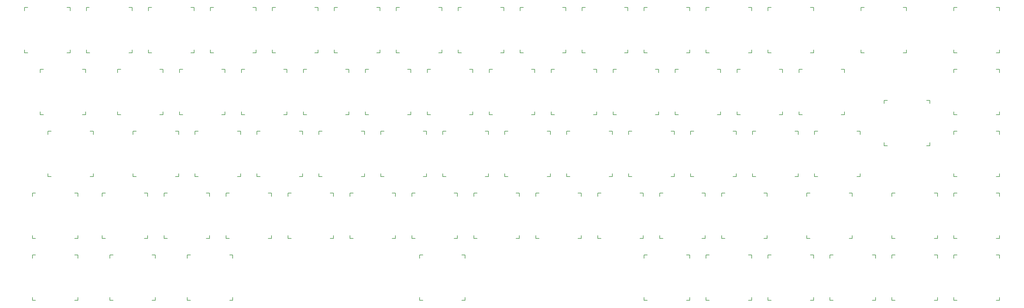
<source format=gto>
G04 #@! TF.GenerationSoftware,KiCad,Pcbnew,(6.0.10)*
G04 #@! TF.CreationDate,2023-02-16T19:15:59+01:00*
G04 #@! TF.ProjectId,kuro65,6b75726f-3635-42e6-9b69-6361645f7063,rev?*
G04 #@! TF.SameCoordinates,Original*
G04 #@! TF.FileFunction,Legend,Top*
G04 #@! TF.FilePolarity,Positive*
%FSLAX46Y46*%
G04 Gerber Fmt 4.6, Leading zero omitted, Abs format (unit mm)*
G04 Created by KiCad (PCBNEW (6.0.10)) date 2023-02-16 19:15:59*
%MOMM*%
%LPD*%
G01*
G04 APERTURE LIST*
%ADD10C,0.150000*%
%ADD11C,1.701800*%
%ADD12C,3.987800*%
%ADD13C,3.000000*%
%ADD14C,5.500000*%
%ADD15C,3.048000*%
%ADD16C,4.000000*%
%ADD17C,3.700000*%
%ADD18C,0.650000*%
%ADD19O,1.000000X2.100000*%
%ADD20O,1.000000X1.600000*%
%ADD21R,1.700000X1.700000*%
%ADD22O,1.700000X1.700000*%
G04 APERTURE END LIST*
D10*
X15000000Y-1600000D02*
X15000000Y-2600000D01*
X2000000Y-1600000D02*
X1000000Y-1600000D01*
X1000000Y-2600000D02*
X1000000Y-1600000D01*
X1000000Y-15600000D02*
X1000000Y-14600000D01*
X14000000Y-15600000D02*
X15000000Y-15600000D01*
X15000000Y-14600000D02*
X15000000Y-15600000D01*
X1000000Y-15600000D02*
X2000000Y-15600000D01*
X15000000Y-1600000D02*
X14000000Y-1600000D01*
X8143750Y-53700000D02*
X9143750Y-53700000D01*
X22143750Y-39700000D02*
X21143750Y-39700000D01*
X22143750Y-52700000D02*
X22143750Y-53700000D01*
X8143750Y-53700000D02*
X8143750Y-52700000D01*
X21143750Y-53700000D02*
X22143750Y-53700000D01*
X22143750Y-39700000D02*
X22143750Y-40700000D01*
X8143750Y-40700000D02*
X8143750Y-39700000D01*
X9143750Y-39700000D02*
X8143750Y-39700000D01*
X272175000Y-14600000D02*
X272175000Y-15600000D01*
X272175000Y-1600000D02*
X271175000Y-1600000D01*
X272175000Y-1600000D02*
X272175000Y-2600000D01*
X259175000Y-1600000D02*
X258175000Y-1600000D01*
X258175000Y-2600000D02*
X258175000Y-1600000D01*
X258175000Y-15600000D02*
X259175000Y-15600000D01*
X271175000Y-15600000D02*
X272175000Y-15600000D01*
X258175000Y-15600000D02*
X258175000Y-14600000D01*
X17381250Y-58750000D02*
X16381250Y-58750000D01*
X17381250Y-71750000D02*
X17381250Y-72750000D01*
X3381250Y-72750000D02*
X3381250Y-71750000D01*
X4381250Y-58750000D02*
X3381250Y-58750000D01*
X16381250Y-72750000D02*
X17381250Y-72750000D01*
X17381250Y-58750000D02*
X17381250Y-59750000D01*
X3381250Y-59750000D02*
X3381250Y-58750000D01*
X3381250Y-72750000D02*
X4381250Y-72750000D01*
X38812500Y-58750000D02*
X37812500Y-58750000D01*
X37812500Y-72750000D02*
X38812500Y-72750000D01*
X24812500Y-72750000D02*
X24812500Y-71750000D01*
X25812500Y-58750000D02*
X24812500Y-58750000D01*
X24812500Y-72750000D02*
X25812500Y-72750000D01*
X38812500Y-71750000D02*
X38812500Y-72750000D01*
X38812500Y-58750000D02*
X38812500Y-59750000D01*
X24812500Y-59750000D02*
X24812500Y-58750000D01*
X205500000Y-90800000D02*
X205500000Y-91800000D01*
X191500000Y-91800000D02*
X191500000Y-90800000D01*
X192500000Y-77800000D02*
X191500000Y-77800000D01*
X191500000Y-91800000D02*
X192500000Y-91800000D01*
X204500000Y-91800000D02*
X205500000Y-91800000D01*
X205500000Y-77800000D02*
X204500000Y-77800000D01*
X191500000Y-78800000D02*
X191500000Y-77800000D01*
X205500000Y-77800000D02*
X205500000Y-78800000D01*
X210550000Y-91800000D02*
X210550000Y-90800000D01*
X224550000Y-77800000D02*
X224550000Y-78800000D01*
X211550000Y-77800000D02*
X210550000Y-77800000D01*
X224550000Y-77800000D02*
X223550000Y-77800000D01*
X223550000Y-91800000D02*
X224550000Y-91800000D01*
X210550000Y-91800000D02*
X211550000Y-91800000D01*
X210550000Y-78800000D02*
X210550000Y-77800000D01*
X224550000Y-90800000D02*
X224550000Y-91800000D01*
X229600000Y-78800000D02*
X229600000Y-77800000D01*
X242600000Y-91800000D02*
X243600000Y-91800000D01*
X243600000Y-90800000D02*
X243600000Y-91800000D01*
X230600000Y-77800000D02*
X229600000Y-77800000D01*
X243600000Y-77800000D02*
X242600000Y-77800000D01*
X243600000Y-77800000D02*
X243600000Y-78800000D01*
X229600000Y-91800000D02*
X229600000Y-90800000D01*
X229600000Y-91800000D02*
X230600000Y-91800000D01*
X29575000Y-21650000D02*
X29575000Y-20650000D01*
X29575000Y-34650000D02*
X30575000Y-34650000D01*
X43575000Y-20650000D02*
X42575000Y-20650000D01*
X42575000Y-34650000D02*
X43575000Y-34650000D01*
X29575000Y-34650000D02*
X29575000Y-33650000D01*
X43575000Y-33650000D02*
X43575000Y-34650000D01*
X30575000Y-20650000D02*
X29575000Y-20650000D01*
X43575000Y-20650000D02*
X43575000Y-21650000D01*
X34337500Y-40700000D02*
X34337500Y-39700000D01*
X48337500Y-39700000D02*
X47337500Y-39700000D01*
X34337500Y-53700000D02*
X34337500Y-52700000D01*
X35337500Y-39700000D02*
X34337500Y-39700000D01*
X48337500Y-52700000D02*
X48337500Y-53700000D01*
X47337500Y-53700000D02*
X48337500Y-53700000D01*
X48337500Y-39700000D02*
X48337500Y-40700000D01*
X34337500Y-53700000D02*
X35337500Y-53700000D01*
X39100000Y-15600000D02*
X40100000Y-15600000D01*
X40100000Y-1600000D02*
X39100000Y-1600000D01*
X53100000Y-1600000D02*
X52100000Y-1600000D01*
X39100000Y-15600000D02*
X39100000Y-14600000D01*
X39100000Y-2600000D02*
X39100000Y-1600000D01*
X53100000Y-14600000D02*
X53100000Y-15600000D01*
X53100000Y-1600000D02*
X53100000Y-2600000D01*
X52100000Y-15600000D02*
X53100000Y-15600000D01*
X48625000Y-34650000D02*
X49625000Y-34650000D01*
X61625000Y-34650000D02*
X62625000Y-34650000D01*
X62625000Y-33650000D02*
X62625000Y-34650000D01*
X62625000Y-20650000D02*
X61625000Y-20650000D01*
X49625000Y-20650000D02*
X48625000Y-20650000D01*
X62625000Y-20650000D02*
X62625000Y-21650000D01*
X48625000Y-21650000D02*
X48625000Y-20650000D01*
X48625000Y-34650000D02*
X48625000Y-33650000D01*
X67387500Y-39700000D02*
X67387500Y-40700000D01*
X67387500Y-39700000D02*
X66387500Y-39700000D01*
X53387500Y-53700000D02*
X54387500Y-53700000D01*
X66387500Y-53700000D02*
X67387500Y-53700000D01*
X53387500Y-40700000D02*
X53387500Y-39700000D01*
X53387500Y-53700000D02*
X53387500Y-52700000D01*
X67387500Y-52700000D02*
X67387500Y-53700000D01*
X54387500Y-39700000D02*
X53387500Y-39700000D01*
X57862500Y-58750000D02*
X57862500Y-59750000D01*
X43862500Y-72750000D02*
X43862500Y-71750000D01*
X56862500Y-72750000D02*
X57862500Y-72750000D01*
X57862500Y-71750000D02*
X57862500Y-72750000D01*
X57862500Y-58750000D02*
X56862500Y-58750000D01*
X44862500Y-58750000D02*
X43862500Y-58750000D01*
X43862500Y-59750000D02*
X43862500Y-58750000D01*
X43862500Y-72750000D02*
X44862500Y-72750000D01*
X59150000Y-1600000D02*
X58150000Y-1600000D01*
X58150000Y-15600000D02*
X59150000Y-15600000D01*
X58150000Y-15600000D02*
X58150000Y-14600000D01*
X72150000Y-1600000D02*
X71150000Y-1600000D01*
X72150000Y-1600000D02*
X72150000Y-2600000D01*
X72150000Y-14600000D02*
X72150000Y-15600000D01*
X71150000Y-15600000D02*
X72150000Y-15600000D01*
X58150000Y-2600000D02*
X58150000Y-1600000D01*
X67675000Y-34650000D02*
X68675000Y-34650000D01*
X68675000Y-20650000D02*
X67675000Y-20650000D01*
X67675000Y-34650000D02*
X67675000Y-33650000D01*
X67675000Y-21650000D02*
X67675000Y-20650000D01*
X81675000Y-33650000D02*
X81675000Y-34650000D01*
X81675000Y-20650000D02*
X81675000Y-21650000D01*
X81675000Y-20650000D02*
X80675000Y-20650000D01*
X80675000Y-34650000D02*
X81675000Y-34650000D01*
X85437500Y-53700000D02*
X86437500Y-53700000D01*
X86437500Y-52700000D02*
X86437500Y-53700000D01*
X72437500Y-40700000D02*
X72437500Y-39700000D01*
X86437500Y-39700000D02*
X86437500Y-40700000D01*
X72437500Y-53700000D02*
X73437500Y-53700000D01*
X72437500Y-53700000D02*
X72437500Y-52700000D01*
X73437500Y-39700000D02*
X72437500Y-39700000D01*
X86437500Y-39700000D02*
X85437500Y-39700000D01*
X62912500Y-72750000D02*
X62912500Y-71750000D01*
X75912500Y-72750000D02*
X76912500Y-72750000D01*
X76912500Y-58750000D02*
X76912500Y-59750000D01*
X76912500Y-58750000D02*
X75912500Y-58750000D01*
X62912500Y-72750000D02*
X63912500Y-72750000D01*
X62912500Y-59750000D02*
X62912500Y-58750000D01*
X63912500Y-58750000D02*
X62912500Y-58750000D01*
X76912500Y-71750000D02*
X76912500Y-72750000D01*
X90200000Y-15600000D02*
X91200000Y-15600000D01*
X77200000Y-15600000D02*
X78200000Y-15600000D01*
X91200000Y-1600000D02*
X90200000Y-1600000D01*
X91200000Y-1600000D02*
X91200000Y-2600000D01*
X77200000Y-2600000D02*
X77200000Y-1600000D01*
X78200000Y-1600000D02*
X77200000Y-1600000D01*
X91200000Y-14600000D02*
X91200000Y-15600000D01*
X77200000Y-15600000D02*
X77200000Y-14600000D01*
X86725000Y-21650000D02*
X86725000Y-20650000D01*
X100725000Y-33650000D02*
X100725000Y-34650000D01*
X100725000Y-20650000D02*
X99725000Y-20650000D01*
X99725000Y-34650000D02*
X100725000Y-34650000D01*
X86725000Y-34650000D02*
X86725000Y-33650000D01*
X87725000Y-20650000D02*
X86725000Y-20650000D01*
X86725000Y-34650000D02*
X87725000Y-34650000D01*
X100725000Y-20650000D02*
X100725000Y-21650000D01*
X91487500Y-40700000D02*
X91487500Y-39700000D01*
X92487500Y-39700000D02*
X91487500Y-39700000D01*
X91487500Y-53700000D02*
X91487500Y-52700000D01*
X105487500Y-39700000D02*
X105487500Y-40700000D01*
X105487500Y-52700000D02*
X105487500Y-53700000D01*
X91487500Y-53700000D02*
X92487500Y-53700000D01*
X105487500Y-39700000D02*
X104487500Y-39700000D01*
X104487500Y-53700000D02*
X105487500Y-53700000D01*
X95962500Y-71750000D02*
X95962500Y-72750000D01*
X81962500Y-72750000D02*
X81962500Y-71750000D01*
X82962500Y-58750000D02*
X81962500Y-58750000D01*
X95962500Y-58750000D02*
X95962500Y-59750000D01*
X95962500Y-58750000D02*
X94962500Y-58750000D01*
X94962500Y-72750000D02*
X95962500Y-72750000D01*
X81962500Y-72750000D02*
X82962500Y-72750000D01*
X81962500Y-59750000D02*
X81962500Y-58750000D01*
X96250000Y-15600000D02*
X96250000Y-14600000D01*
X110250000Y-14600000D02*
X110250000Y-15600000D01*
X110250000Y-1600000D02*
X109250000Y-1600000D01*
X96250000Y-15600000D02*
X97250000Y-15600000D01*
X109250000Y-15600000D02*
X110250000Y-15600000D01*
X97250000Y-1600000D02*
X96250000Y-1600000D01*
X96250000Y-2600000D02*
X96250000Y-1600000D01*
X110250000Y-1600000D02*
X110250000Y-2600000D01*
X119775000Y-33650000D02*
X119775000Y-34650000D01*
X106775000Y-20650000D02*
X105775000Y-20650000D01*
X105775000Y-34650000D02*
X105775000Y-33650000D01*
X118775000Y-34650000D02*
X119775000Y-34650000D01*
X119775000Y-20650000D02*
X118775000Y-20650000D01*
X105775000Y-34650000D02*
X106775000Y-34650000D01*
X105775000Y-21650000D02*
X105775000Y-20650000D01*
X119775000Y-20650000D02*
X119775000Y-21650000D01*
X111537500Y-39700000D02*
X110537500Y-39700000D01*
X110537500Y-53700000D02*
X111537500Y-53700000D01*
X124537500Y-39700000D02*
X123537500Y-39700000D01*
X123537500Y-53700000D02*
X124537500Y-53700000D01*
X110537500Y-53700000D02*
X110537500Y-52700000D01*
X124537500Y-39700000D02*
X124537500Y-40700000D01*
X124537500Y-52700000D02*
X124537500Y-53700000D01*
X110537500Y-40700000D02*
X110537500Y-39700000D01*
X115300000Y-15600000D02*
X115300000Y-14600000D01*
X129300000Y-14600000D02*
X129300000Y-15600000D01*
X116300000Y-1600000D02*
X115300000Y-1600000D01*
X128300000Y-15600000D02*
X129300000Y-15600000D01*
X129300000Y-1600000D02*
X128300000Y-1600000D01*
X129300000Y-1600000D02*
X129300000Y-2600000D01*
X115300000Y-15600000D02*
X116300000Y-15600000D01*
X115300000Y-2600000D02*
X115300000Y-1600000D01*
X124825000Y-34650000D02*
X124825000Y-33650000D01*
X124825000Y-34650000D02*
X125825000Y-34650000D01*
X138825000Y-20650000D02*
X138825000Y-21650000D01*
X138825000Y-20650000D02*
X137825000Y-20650000D01*
X138825000Y-33650000D02*
X138825000Y-34650000D01*
X137825000Y-34650000D02*
X138825000Y-34650000D01*
X124825000Y-21650000D02*
X124825000Y-20650000D01*
X125825000Y-20650000D02*
X124825000Y-20650000D01*
X130587500Y-39700000D02*
X129587500Y-39700000D01*
X129587500Y-40700000D02*
X129587500Y-39700000D01*
X143587500Y-39700000D02*
X143587500Y-40700000D01*
X142587500Y-53700000D02*
X143587500Y-53700000D01*
X143587500Y-52700000D02*
X143587500Y-53700000D01*
X129587500Y-53700000D02*
X130587500Y-53700000D01*
X129587500Y-53700000D02*
X129587500Y-52700000D01*
X143587500Y-39700000D02*
X142587500Y-39700000D01*
X121062500Y-58750000D02*
X120062500Y-58750000D01*
X134062500Y-71750000D02*
X134062500Y-72750000D01*
X120062500Y-72750000D02*
X121062500Y-72750000D01*
X120062500Y-59750000D02*
X120062500Y-58750000D01*
X120062500Y-72750000D02*
X120062500Y-71750000D01*
X134062500Y-58750000D02*
X133062500Y-58750000D01*
X134062500Y-58750000D02*
X134062500Y-59750000D01*
X133062500Y-72750000D02*
X134062500Y-72750000D01*
X148350000Y-14600000D02*
X148350000Y-15600000D01*
X147350000Y-15600000D02*
X148350000Y-15600000D01*
X134350000Y-2600000D02*
X134350000Y-1600000D01*
X134350000Y-15600000D02*
X134350000Y-14600000D01*
X148350000Y-1600000D02*
X147350000Y-1600000D01*
X148350000Y-1600000D02*
X148350000Y-2600000D01*
X135350000Y-1600000D02*
X134350000Y-1600000D01*
X134350000Y-15600000D02*
X135350000Y-15600000D01*
X143875000Y-34650000D02*
X144875000Y-34650000D01*
X157875000Y-33650000D02*
X157875000Y-34650000D01*
X143875000Y-34650000D02*
X143875000Y-33650000D01*
X144875000Y-20650000D02*
X143875000Y-20650000D01*
X143875000Y-21650000D02*
X143875000Y-20650000D01*
X156875000Y-34650000D02*
X157875000Y-34650000D01*
X157875000Y-20650000D02*
X157875000Y-21650000D01*
X157875000Y-20650000D02*
X156875000Y-20650000D01*
X161637500Y-53700000D02*
X162637500Y-53700000D01*
X148637500Y-53700000D02*
X149637500Y-53700000D01*
X162637500Y-39700000D02*
X161637500Y-39700000D01*
X148637500Y-53700000D02*
X148637500Y-52700000D01*
X148637500Y-40700000D02*
X148637500Y-39700000D01*
X149637500Y-39700000D02*
X148637500Y-39700000D01*
X162637500Y-39700000D02*
X162637500Y-40700000D01*
X162637500Y-52700000D02*
X162637500Y-53700000D01*
X153112500Y-71750000D02*
X153112500Y-72750000D01*
X139112500Y-72750000D02*
X140112500Y-72750000D01*
X139112500Y-59750000D02*
X139112500Y-58750000D01*
X139112500Y-72750000D02*
X139112500Y-71750000D01*
X153112500Y-58750000D02*
X152112500Y-58750000D01*
X153112500Y-58750000D02*
X153112500Y-59750000D01*
X140112500Y-58750000D02*
X139112500Y-58750000D01*
X152112500Y-72750000D02*
X153112500Y-72750000D01*
X153400000Y-2600000D02*
X153400000Y-1600000D01*
X167400000Y-1600000D02*
X167400000Y-2600000D01*
X167400000Y-14600000D02*
X167400000Y-15600000D01*
X153400000Y-15600000D02*
X153400000Y-14600000D01*
X167400000Y-1600000D02*
X166400000Y-1600000D01*
X166400000Y-15600000D02*
X167400000Y-15600000D01*
X153400000Y-15600000D02*
X154400000Y-15600000D01*
X154400000Y-1600000D02*
X153400000Y-1600000D01*
X176925000Y-20650000D02*
X176925000Y-21650000D01*
X162925000Y-34650000D02*
X163925000Y-34650000D01*
X176925000Y-20650000D02*
X175925000Y-20650000D01*
X162925000Y-34650000D02*
X162925000Y-33650000D01*
X175925000Y-34650000D02*
X176925000Y-34650000D01*
X162925000Y-21650000D02*
X162925000Y-20650000D01*
X163925000Y-20650000D02*
X162925000Y-20650000D01*
X176925000Y-33650000D02*
X176925000Y-34650000D01*
X181687500Y-39700000D02*
X180687500Y-39700000D01*
X167687500Y-53700000D02*
X168687500Y-53700000D01*
X168687500Y-39700000D02*
X167687500Y-39700000D01*
X181687500Y-52700000D02*
X181687500Y-53700000D01*
X167687500Y-53700000D02*
X167687500Y-52700000D01*
X180687500Y-53700000D02*
X181687500Y-53700000D01*
X167687500Y-40700000D02*
X167687500Y-39700000D01*
X181687500Y-39700000D02*
X181687500Y-40700000D01*
X172162500Y-71750000D02*
X172162500Y-72750000D01*
X171162500Y-72750000D02*
X172162500Y-72750000D01*
X172162500Y-58750000D02*
X171162500Y-58750000D01*
X158162500Y-72750000D02*
X158162500Y-71750000D01*
X158162500Y-72750000D02*
X159162500Y-72750000D01*
X158162500Y-59750000D02*
X158162500Y-58750000D01*
X172162500Y-58750000D02*
X172162500Y-59750000D01*
X159162500Y-58750000D02*
X158162500Y-58750000D01*
X186450000Y-1600000D02*
X186450000Y-2600000D01*
X173450000Y-1600000D02*
X172450000Y-1600000D01*
X172450000Y-2600000D02*
X172450000Y-1600000D01*
X172450000Y-15600000D02*
X173450000Y-15600000D01*
X186450000Y-1600000D02*
X185450000Y-1600000D01*
X172450000Y-15600000D02*
X172450000Y-14600000D01*
X186450000Y-14600000D02*
X186450000Y-15600000D01*
X185450000Y-15600000D02*
X186450000Y-15600000D01*
X194975000Y-34650000D02*
X195975000Y-34650000D01*
X181975000Y-34650000D02*
X181975000Y-33650000D01*
X181975000Y-21650000D02*
X181975000Y-20650000D01*
X182975000Y-20650000D02*
X181975000Y-20650000D01*
X181975000Y-34650000D02*
X182975000Y-34650000D01*
X195975000Y-20650000D02*
X194975000Y-20650000D01*
X195975000Y-20650000D02*
X195975000Y-21650000D01*
X195975000Y-33650000D02*
X195975000Y-34650000D01*
X200737500Y-39700000D02*
X199737500Y-39700000D01*
X200737500Y-52700000D02*
X200737500Y-53700000D01*
X186737500Y-53700000D02*
X187737500Y-53700000D01*
X200737500Y-39700000D02*
X200737500Y-40700000D01*
X187737500Y-39700000D02*
X186737500Y-39700000D01*
X199737500Y-53700000D02*
X200737500Y-53700000D01*
X186737500Y-40700000D02*
X186737500Y-39700000D01*
X186737500Y-53700000D02*
X186737500Y-52700000D01*
X191212500Y-58750000D02*
X190212500Y-58750000D01*
X191212500Y-71750000D02*
X191212500Y-72750000D01*
X178212500Y-58750000D02*
X177212500Y-58750000D01*
X177212500Y-72750000D02*
X177212500Y-71750000D01*
X190212500Y-72750000D02*
X191212500Y-72750000D01*
X191212500Y-58750000D02*
X191212500Y-59750000D01*
X177212500Y-72750000D02*
X178212500Y-72750000D01*
X177212500Y-59750000D02*
X177212500Y-58750000D01*
X204500000Y-15600000D02*
X205500000Y-15600000D01*
X192500000Y-1600000D02*
X191500000Y-1600000D01*
X205500000Y-1600000D02*
X205500000Y-2600000D01*
X205500000Y-1600000D02*
X204500000Y-1600000D01*
X205500000Y-14600000D02*
X205500000Y-15600000D01*
X191500000Y-15600000D02*
X191500000Y-14600000D01*
X191500000Y-15600000D02*
X192500000Y-15600000D01*
X191500000Y-2600000D02*
X191500000Y-1600000D01*
X201025000Y-34650000D02*
X201025000Y-33650000D01*
X214025000Y-34650000D02*
X215025000Y-34650000D01*
X215025000Y-33650000D02*
X215025000Y-34650000D01*
X201025000Y-34650000D02*
X202025000Y-34650000D01*
X215025000Y-20650000D02*
X214025000Y-20650000D01*
X202025000Y-20650000D02*
X201025000Y-20650000D01*
X215025000Y-20650000D02*
X215025000Y-21650000D01*
X201025000Y-21650000D02*
X201025000Y-20650000D01*
X219787500Y-39700000D02*
X218787500Y-39700000D01*
X206787500Y-39700000D02*
X205787500Y-39700000D01*
X219787500Y-39700000D02*
X219787500Y-40700000D01*
X205787500Y-53700000D02*
X206787500Y-53700000D01*
X219787500Y-52700000D02*
X219787500Y-53700000D01*
X205787500Y-53700000D02*
X205787500Y-52700000D01*
X205787500Y-40700000D02*
X205787500Y-39700000D01*
X218787500Y-53700000D02*
X219787500Y-53700000D01*
X210262500Y-71750000D02*
X210262500Y-72750000D01*
X196262500Y-59750000D02*
X196262500Y-58750000D01*
X197262500Y-58750000D02*
X196262500Y-58750000D01*
X196262500Y-72750000D02*
X196262500Y-71750000D01*
X210262500Y-58750000D02*
X209262500Y-58750000D01*
X210262500Y-58750000D02*
X210262500Y-59750000D01*
X196262500Y-72750000D02*
X197262500Y-72750000D01*
X209262500Y-72750000D02*
X210262500Y-72750000D01*
X210550000Y-15600000D02*
X210550000Y-14600000D01*
X224550000Y-1600000D02*
X224550000Y-2600000D01*
X210550000Y-15600000D02*
X211550000Y-15600000D01*
X224550000Y-14600000D02*
X224550000Y-15600000D01*
X224550000Y-1600000D02*
X223550000Y-1600000D01*
X223550000Y-15600000D02*
X224550000Y-15600000D01*
X210550000Y-2600000D02*
X210550000Y-1600000D01*
X211550000Y-1600000D02*
X210550000Y-1600000D01*
X221075000Y-20650000D02*
X220075000Y-20650000D01*
X234075000Y-20650000D02*
X234075000Y-21650000D01*
X234075000Y-33650000D02*
X234075000Y-34650000D01*
X220075000Y-21650000D02*
X220075000Y-20650000D01*
X220075000Y-34650000D02*
X220075000Y-33650000D01*
X234075000Y-20650000D02*
X233075000Y-20650000D01*
X220075000Y-34650000D02*
X221075000Y-34650000D01*
X233075000Y-34650000D02*
X234075000Y-34650000D01*
X237837500Y-53700000D02*
X238837500Y-53700000D01*
X238837500Y-39700000D02*
X237837500Y-39700000D01*
X224837500Y-53700000D02*
X225837500Y-53700000D01*
X238837500Y-39700000D02*
X238837500Y-40700000D01*
X224837500Y-40700000D02*
X224837500Y-39700000D01*
X225837500Y-39700000D02*
X224837500Y-39700000D01*
X238837500Y-52700000D02*
X238837500Y-53700000D01*
X224837500Y-53700000D02*
X224837500Y-52700000D01*
X216312500Y-58750000D02*
X215312500Y-58750000D01*
X215312500Y-72750000D02*
X216312500Y-72750000D01*
X229312500Y-58750000D02*
X229312500Y-59750000D01*
X228312500Y-72750000D02*
X229312500Y-72750000D01*
X215312500Y-59750000D02*
X215312500Y-58750000D01*
X215312500Y-72750000D02*
X215312500Y-71750000D01*
X229312500Y-71750000D02*
X229312500Y-72750000D01*
X229312500Y-58750000D02*
X228312500Y-58750000D01*
X229600000Y-15600000D02*
X230600000Y-15600000D01*
X243600000Y-1600000D02*
X242600000Y-1600000D01*
X243600000Y-14600000D02*
X243600000Y-15600000D01*
X229600000Y-15600000D02*
X229600000Y-14600000D01*
X229600000Y-2600000D02*
X229600000Y-1600000D01*
X243600000Y-1600000D02*
X243600000Y-2600000D01*
X242600000Y-15600000D02*
X243600000Y-15600000D01*
X230600000Y-1600000D02*
X229600000Y-1600000D01*
X239125000Y-21650000D02*
X239125000Y-20650000D01*
X239125000Y-34650000D02*
X240125000Y-34650000D01*
X253125000Y-20650000D02*
X252125000Y-20650000D01*
X239125000Y-34650000D02*
X239125000Y-33650000D01*
X253125000Y-20650000D02*
X253125000Y-21650000D01*
X252125000Y-34650000D02*
X253125000Y-34650000D01*
X253125000Y-33650000D02*
X253125000Y-34650000D01*
X240125000Y-20650000D02*
X239125000Y-20650000D01*
X257887500Y-52700000D02*
X257887500Y-53700000D01*
X243887500Y-40700000D02*
X243887500Y-39700000D01*
X244887500Y-39700000D02*
X243887500Y-39700000D01*
X257887500Y-39700000D02*
X256887500Y-39700000D01*
X256887500Y-53700000D02*
X257887500Y-53700000D01*
X257887500Y-39700000D02*
X257887500Y-40700000D01*
X243887500Y-53700000D02*
X243887500Y-52700000D01*
X243887500Y-53700000D02*
X244887500Y-53700000D01*
X262650000Y-77800000D02*
X261650000Y-77800000D01*
X262650000Y-77800000D02*
X262650000Y-78800000D01*
X248650000Y-78800000D02*
X248650000Y-77800000D01*
X248650000Y-91800000D02*
X248650000Y-90800000D01*
X262650000Y-90800000D02*
X262650000Y-91800000D01*
X249650000Y-77800000D02*
X248650000Y-77800000D01*
X261650000Y-91800000D02*
X262650000Y-91800000D01*
X248650000Y-91800000D02*
X249650000Y-91800000D01*
X267700000Y-72750000D02*
X268700000Y-72750000D01*
X280700000Y-72750000D02*
X281700000Y-72750000D01*
X267700000Y-72750000D02*
X267700000Y-71750000D01*
X281700000Y-58750000D02*
X281700000Y-59750000D01*
X281700000Y-58750000D02*
X280700000Y-58750000D01*
X268700000Y-58750000D02*
X267700000Y-58750000D01*
X281700000Y-71750000D02*
X281700000Y-72750000D01*
X267700000Y-59750000D02*
X267700000Y-58750000D01*
X281700000Y-77800000D02*
X280700000Y-77800000D01*
X267700000Y-91800000D02*
X267700000Y-90800000D01*
X280700000Y-91800000D02*
X281700000Y-91800000D01*
X267700000Y-91800000D02*
X268700000Y-91800000D01*
X281700000Y-90800000D02*
X281700000Y-91800000D01*
X268700000Y-77800000D02*
X267700000Y-77800000D01*
X267700000Y-78800000D02*
X267700000Y-77800000D01*
X281700000Y-77800000D02*
X281700000Y-78800000D01*
X286750000Y-15600000D02*
X287750000Y-15600000D01*
X300750000Y-1600000D02*
X299750000Y-1600000D01*
X300750000Y-1600000D02*
X300750000Y-2600000D01*
X299750000Y-15600000D02*
X300750000Y-15600000D01*
X286750000Y-2600000D02*
X286750000Y-1600000D01*
X300750000Y-14600000D02*
X300750000Y-15600000D01*
X286750000Y-15600000D02*
X286750000Y-14600000D01*
X287750000Y-1600000D02*
X286750000Y-1600000D01*
X300750000Y-33650000D02*
X300750000Y-34650000D01*
X299750000Y-34650000D02*
X300750000Y-34650000D01*
X286750000Y-34650000D02*
X286750000Y-33650000D01*
X300750000Y-20650000D02*
X299750000Y-20650000D01*
X287750000Y-20650000D02*
X286750000Y-20650000D01*
X300750000Y-20650000D02*
X300750000Y-21650000D01*
X286750000Y-21650000D02*
X286750000Y-20650000D01*
X286750000Y-34650000D02*
X287750000Y-34650000D01*
X300750000Y-39700000D02*
X299750000Y-39700000D01*
X287750000Y-39700000D02*
X286750000Y-39700000D01*
X286750000Y-53700000D02*
X286750000Y-52700000D01*
X300750000Y-39700000D02*
X300750000Y-40700000D01*
X299750000Y-53700000D02*
X300750000Y-53700000D01*
X286750000Y-53700000D02*
X287750000Y-53700000D01*
X286750000Y-40700000D02*
X286750000Y-39700000D01*
X300750000Y-52700000D02*
X300750000Y-53700000D01*
X300750000Y-58750000D02*
X299750000Y-58750000D01*
X287750000Y-58750000D02*
X286750000Y-58750000D01*
X286750000Y-72750000D02*
X287750000Y-72750000D01*
X299750000Y-72750000D02*
X300750000Y-72750000D01*
X300750000Y-71750000D02*
X300750000Y-72750000D01*
X300750000Y-58750000D02*
X300750000Y-59750000D01*
X286750000Y-59750000D02*
X286750000Y-58750000D01*
X286750000Y-72750000D02*
X286750000Y-71750000D01*
X300750000Y-90800000D02*
X300750000Y-91800000D01*
X287750000Y-77800000D02*
X286750000Y-77800000D01*
X299750000Y-91800000D02*
X300750000Y-91800000D01*
X286750000Y-91800000D02*
X287750000Y-91800000D01*
X300750000Y-77800000D02*
X300750000Y-78800000D01*
X286750000Y-91800000D02*
X286750000Y-90800000D01*
X286750000Y-78800000D02*
X286750000Y-77800000D01*
X300750000Y-77800000D02*
X299750000Y-77800000D01*
X279318750Y-43175000D02*
X279318750Y-44175000D01*
X278318750Y-44175000D02*
X279318750Y-44175000D01*
X266318750Y-30175000D02*
X265318750Y-30175000D01*
X279318750Y-30175000D02*
X278318750Y-30175000D01*
X265318750Y-31175000D02*
X265318750Y-30175000D01*
X265318750Y-44175000D02*
X265318750Y-43175000D01*
X279318750Y-30175000D02*
X279318750Y-31175000D01*
X265318750Y-44175000D02*
X266318750Y-44175000D01*
X19762500Y-33650000D02*
X19762500Y-34650000D01*
X19762500Y-20650000D02*
X18762500Y-20650000D01*
X19762500Y-20650000D02*
X19762500Y-21650000D01*
X6762500Y-20650000D02*
X5762500Y-20650000D01*
X5762500Y-34650000D02*
X6762500Y-34650000D01*
X5762500Y-21650000D02*
X5762500Y-20650000D01*
X5762500Y-34650000D02*
X5762500Y-33650000D01*
X18762500Y-34650000D02*
X19762500Y-34650000D01*
X3381250Y-91800000D02*
X4381250Y-91800000D01*
X16381250Y-91800000D02*
X17381250Y-91800000D01*
X3381250Y-91800000D02*
X3381250Y-90800000D01*
X17381250Y-77800000D02*
X17381250Y-78800000D01*
X4381250Y-77800000D02*
X3381250Y-77800000D01*
X17381250Y-90800000D02*
X17381250Y-91800000D01*
X17381250Y-77800000D02*
X16381250Y-77800000D01*
X3381250Y-78800000D02*
X3381250Y-77800000D01*
X27193750Y-78800000D02*
X27193750Y-77800000D01*
X28193750Y-77800000D02*
X27193750Y-77800000D01*
X27193750Y-91800000D02*
X28193750Y-91800000D01*
X41193750Y-90800000D02*
X41193750Y-91800000D01*
X27193750Y-91800000D02*
X27193750Y-90800000D01*
X41193750Y-77800000D02*
X40193750Y-77800000D01*
X41193750Y-77800000D02*
X41193750Y-78800000D01*
X40193750Y-91800000D02*
X41193750Y-91800000D01*
X136443750Y-77800000D02*
X136443750Y-78800000D01*
X123443750Y-77800000D02*
X122443750Y-77800000D01*
X122443750Y-91800000D02*
X122443750Y-90800000D01*
X136443750Y-90800000D02*
X136443750Y-91800000D01*
X122443750Y-91800000D02*
X123443750Y-91800000D01*
X136443750Y-77800000D02*
X135443750Y-77800000D01*
X135443750Y-91800000D02*
X136443750Y-91800000D01*
X122443750Y-78800000D02*
X122443750Y-77800000D01*
X241506250Y-59750000D02*
X241506250Y-58750000D01*
X241506250Y-72750000D02*
X241506250Y-71750000D01*
X254506250Y-72750000D02*
X255506250Y-72750000D01*
X255506250Y-58750000D02*
X254506250Y-58750000D01*
X255506250Y-58750000D02*
X255506250Y-59750000D01*
X242506250Y-58750000D02*
X241506250Y-58750000D01*
X255506250Y-71750000D02*
X255506250Y-72750000D01*
X241506250Y-72750000D02*
X242506250Y-72750000D01*
X20050000Y-15600000D02*
X21050000Y-15600000D01*
X34050000Y-1600000D02*
X34050000Y-2600000D01*
X34050000Y-1600000D02*
X33050000Y-1600000D01*
X33050000Y-15600000D02*
X34050000Y-15600000D01*
X21050000Y-1600000D02*
X20050000Y-1600000D01*
X34050000Y-14600000D02*
X34050000Y-15600000D01*
X20050000Y-15600000D02*
X20050000Y-14600000D01*
X20050000Y-2600000D02*
X20050000Y-1600000D01*
X101012500Y-72750000D02*
X101012500Y-71750000D01*
X101012500Y-72750000D02*
X102012500Y-72750000D01*
X114012500Y-72750000D02*
X115012500Y-72750000D01*
X102012500Y-58750000D02*
X101012500Y-58750000D01*
X115012500Y-71750000D02*
X115012500Y-72750000D01*
X115012500Y-58750000D02*
X114012500Y-58750000D01*
X115012500Y-58750000D02*
X115012500Y-59750000D01*
X101012500Y-59750000D02*
X101012500Y-58750000D01*
X64006250Y-91800000D02*
X65006250Y-91800000D01*
X52006250Y-77800000D02*
X51006250Y-77800000D01*
X65006250Y-77800000D02*
X64006250Y-77800000D01*
X65006250Y-77800000D02*
X65006250Y-78800000D01*
X51006250Y-91800000D02*
X51006250Y-90800000D01*
X51006250Y-78800000D02*
X51006250Y-77800000D01*
X65006250Y-90800000D02*
X65006250Y-91800000D01*
X51006250Y-91800000D02*
X52006250Y-91800000D01*
%LPC*%
D11*
X13080000Y-8600000D03*
D12*
X8000000Y-8600000D03*
D13*
X5460000Y-13680000D03*
X11810000Y-11140000D03*
D11*
X2920000Y-8600000D03*
X20223750Y-46700000D03*
D13*
X17683750Y-41620000D03*
D12*
X15143750Y-46700000D03*
D11*
X10063750Y-46700000D03*
D13*
X11333750Y-44160000D03*
X267715000Y-3520000D03*
X261365000Y-6060000D03*
D12*
X265175000Y-8600000D03*
D11*
X260095000Y-8600000D03*
X270255000Y-8600000D03*
X5301250Y-65750000D03*
D13*
X12921250Y-60670000D03*
X6571250Y-63210000D03*
D12*
X10381250Y-65750000D03*
D11*
X15461250Y-65750000D03*
X26732500Y-65750000D03*
D13*
X34352500Y-60670000D03*
D12*
X31812500Y-65750000D03*
D11*
X36892500Y-65750000D03*
D13*
X28002500Y-63210000D03*
X201040000Y-79720000D03*
D12*
X198500000Y-84800000D03*
D13*
X194690000Y-82260000D03*
D11*
X203580000Y-84800000D03*
X193420000Y-84800000D03*
X222630000Y-84800000D03*
X212470000Y-84800000D03*
D13*
X213740000Y-82260000D03*
D12*
X217550000Y-84800000D03*
D13*
X220090000Y-79720000D03*
D11*
X241680000Y-84800000D03*
X231520000Y-84800000D03*
D13*
X232790000Y-82260000D03*
D12*
X236600000Y-84800000D03*
D13*
X239140000Y-79720000D03*
X39115000Y-22570000D03*
D11*
X31495000Y-27650000D03*
D12*
X36575000Y-27650000D03*
D13*
X32765000Y-25110000D03*
D11*
X41655000Y-27650000D03*
X46417500Y-46700000D03*
D12*
X41337500Y-46700000D03*
D13*
X43877500Y-41620000D03*
X37527500Y-44160000D03*
D11*
X36257500Y-46700000D03*
D13*
X48640000Y-3520000D03*
D11*
X51180000Y-8600000D03*
X41020000Y-8600000D03*
D12*
X46100000Y-8600000D03*
D13*
X42290000Y-6060000D03*
D11*
X60705000Y-27650000D03*
X50545000Y-27650000D03*
D13*
X58165000Y-22570000D03*
X51815000Y-25110000D03*
D12*
X55625000Y-27650000D03*
D13*
X56577500Y-44160000D03*
X62927500Y-41620000D03*
D11*
X65467500Y-46700000D03*
D12*
X60387500Y-46700000D03*
D11*
X55307500Y-46700000D03*
D13*
X47052500Y-63210000D03*
X53402500Y-60670000D03*
D12*
X50862500Y-65750000D03*
D11*
X55942500Y-65750000D03*
X45782500Y-65750000D03*
X70230000Y-8600000D03*
D12*
X65150000Y-8600000D03*
D11*
X60070000Y-8600000D03*
D13*
X67690000Y-3520000D03*
X61340000Y-6060000D03*
X77215000Y-22570000D03*
D11*
X79755000Y-27650000D03*
X69595000Y-27650000D03*
D12*
X74675000Y-27650000D03*
D13*
X70865000Y-25110000D03*
X81977500Y-41620000D03*
D11*
X74357500Y-46700000D03*
D13*
X75627500Y-44160000D03*
D12*
X79437500Y-46700000D03*
D11*
X84517500Y-46700000D03*
D13*
X66102500Y-63210000D03*
D11*
X64832500Y-65750000D03*
D13*
X72452500Y-60670000D03*
D12*
X69912500Y-65750000D03*
D11*
X74992500Y-65750000D03*
D13*
X80390000Y-6060000D03*
D11*
X79120000Y-8600000D03*
D13*
X86740000Y-3520000D03*
D11*
X89280000Y-8600000D03*
D12*
X84200000Y-8600000D03*
X93725000Y-27650000D03*
D11*
X98805000Y-27650000D03*
D13*
X96265000Y-22570000D03*
X89915000Y-25110000D03*
D11*
X88645000Y-27650000D03*
D13*
X101027500Y-41620000D03*
D11*
X103567500Y-46700000D03*
X93407500Y-46700000D03*
D13*
X94677500Y-44160000D03*
D12*
X98487500Y-46700000D03*
D13*
X85152500Y-63210000D03*
D12*
X88962500Y-65750000D03*
D11*
X94042500Y-65750000D03*
X83882500Y-65750000D03*
D13*
X91502500Y-60670000D03*
D11*
X98170000Y-8600000D03*
D13*
X99440000Y-6060000D03*
D12*
X103250000Y-8600000D03*
D11*
X108330000Y-8600000D03*
D13*
X105790000Y-3520000D03*
X108965000Y-25110000D03*
D11*
X117855000Y-27650000D03*
D13*
X115315000Y-22570000D03*
D11*
X107695000Y-27650000D03*
D12*
X112775000Y-27650000D03*
D13*
X120077500Y-41620000D03*
X113727500Y-44160000D03*
D11*
X122617500Y-46700000D03*
D12*
X117537500Y-46700000D03*
D11*
X112457500Y-46700000D03*
D13*
X118490000Y-6060000D03*
X124840000Y-3520000D03*
D12*
X122300000Y-8600000D03*
D11*
X127380000Y-8600000D03*
X117220000Y-8600000D03*
X136905000Y-27650000D03*
D13*
X134365000Y-22570000D03*
X128015000Y-25110000D03*
D11*
X126745000Y-27650000D03*
D12*
X131825000Y-27650000D03*
D13*
X132777500Y-44160000D03*
X139127500Y-41620000D03*
D11*
X131507500Y-46700000D03*
X141667500Y-46700000D03*
D12*
X136587500Y-46700000D03*
X127062500Y-65750000D03*
D11*
X132142500Y-65750000D03*
D13*
X129602500Y-60670000D03*
D11*
X121982500Y-65750000D03*
D13*
X123252500Y-63210000D03*
D11*
X146430000Y-8600000D03*
D13*
X143890000Y-3520000D03*
D11*
X136270000Y-8600000D03*
D12*
X141350000Y-8600000D03*
D13*
X137540000Y-6060000D03*
D12*
X150875000Y-27650000D03*
D13*
X153415000Y-22570000D03*
D11*
X145795000Y-27650000D03*
X155955000Y-27650000D03*
D13*
X147065000Y-25110000D03*
D11*
X150557500Y-46700000D03*
X160717500Y-46700000D03*
D13*
X158177500Y-41620000D03*
X151827500Y-44160000D03*
D12*
X155637500Y-46700000D03*
X146112500Y-65750000D03*
D13*
X142302500Y-63210000D03*
D11*
X141032500Y-65750000D03*
D13*
X148652500Y-60670000D03*
D11*
X151192500Y-65750000D03*
D13*
X162940000Y-3520000D03*
D12*
X160400000Y-8600000D03*
D11*
X155320000Y-8600000D03*
D13*
X156590000Y-6060000D03*
D11*
X165480000Y-8600000D03*
D12*
X169925000Y-27650000D03*
D11*
X164845000Y-27650000D03*
D13*
X172465000Y-22570000D03*
X166115000Y-25110000D03*
D11*
X175005000Y-27650000D03*
D13*
X177227500Y-41620000D03*
D11*
X169607500Y-46700000D03*
D12*
X174687500Y-46700000D03*
D11*
X179767500Y-46700000D03*
D13*
X170877500Y-44160000D03*
X167702500Y-60670000D03*
D12*
X165162500Y-65750000D03*
D11*
X160082500Y-65750000D03*
X170242500Y-65750000D03*
D13*
X161352500Y-63210000D03*
D11*
X184530000Y-8600000D03*
D13*
X181990000Y-3520000D03*
D11*
X174370000Y-8600000D03*
D12*
X179450000Y-8600000D03*
D13*
X175640000Y-6060000D03*
D12*
X188975000Y-27650000D03*
D13*
X185165000Y-25110000D03*
X191515000Y-22570000D03*
D11*
X194055000Y-27650000D03*
X183895000Y-27650000D03*
D13*
X189927500Y-44160000D03*
D11*
X198817500Y-46700000D03*
X188657500Y-46700000D03*
D12*
X193737500Y-46700000D03*
D13*
X196277500Y-41620000D03*
X180402500Y-63210000D03*
D12*
X184212500Y-65750000D03*
D11*
X179132500Y-65750000D03*
D13*
X186752500Y-60670000D03*
D11*
X189292500Y-65750000D03*
D13*
X201040000Y-3520000D03*
D12*
X198500000Y-8600000D03*
D13*
X194690000Y-6060000D03*
D11*
X203580000Y-8600000D03*
X193420000Y-8600000D03*
D13*
X204215000Y-25110000D03*
D11*
X213105000Y-27650000D03*
X202945000Y-27650000D03*
D12*
X208025000Y-27650000D03*
D13*
X210565000Y-22570000D03*
D11*
X217867500Y-46700000D03*
X207707500Y-46700000D03*
D12*
X212787500Y-46700000D03*
D13*
X208977500Y-44160000D03*
X215327500Y-41620000D03*
D12*
X203262500Y-65750000D03*
D13*
X199452500Y-63210000D03*
X205802500Y-60670000D03*
D11*
X208342500Y-65750000D03*
X198182500Y-65750000D03*
D13*
X213740000Y-6060000D03*
D11*
X212470000Y-8600000D03*
D13*
X220090000Y-3520000D03*
D11*
X222630000Y-8600000D03*
D12*
X217550000Y-8600000D03*
X227075000Y-27650000D03*
D13*
X229615000Y-22570000D03*
D11*
X232155000Y-27650000D03*
X221995000Y-27650000D03*
D13*
X223265000Y-25110000D03*
X228027500Y-44160000D03*
D12*
X231837500Y-46700000D03*
D13*
X234377500Y-41620000D03*
D11*
X226757500Y-46700000D03*
X236917500Y-46700000D03*
D12*
X222312500Y-65750000D03*
D11*
X217232500Y-65750000D03*
X227392500Y-65750000D03*
D13*
X224852500Y-60670000D03*
X218502500Y-63210000D03*
X239140000Y-3520000D03*
D12*
X236600000Y-8600000D03*
D11*
X231520000Y-8600000D03*
X241680000Y-8600000D03*
D13*
X232790000Y-6060000D03*
D12*
X246125000Y-27650000D03*
D11*
X241045000Y-27650000D03*
D13*
X248665000Y-22570000D03*
X242315000Y-25110000D03*
D11*
X251205000Y-27650000D03*
X255967500Y-46700000D03*
D13*
X253427500Y-41620000D03*
X247077500Y-44160000D03*
D12*
X250887500Y-46700000D03*
D11*
X245807500Y-46700000D03*
D13*
X251840000Y-82260000D03*
D11*
X250570000Y-84800000D03*
D12*
X255650000Y-84800000D03*
D13*
X258190000Y-79720000D03*
D11*
X260730000Y-84800000D03*
D13*
X277240000Y-60670000D03*
D11*
X269620000Y-65750000D03*
X279780000Y-65750000D03*
D13*
X270890000Y-63210000D03*
D12*
X274700000Y-65750000D03*
D13*
X270890000Y-82260000D03*
X277240000Y-79720000D03*
D11*
X279780000Y-84800000D03*
X269620000Y-84800000D03*
D12*
X274700000Y-84800000D03*
X293750000Y-8600000D03*
D13*
X296290000Y-3520000D03*
X289940000Y-6060000D03*
D11*
X288670000Y-8600000D03*
X298830000Y-8600000D03*
D13*
X289940000Y-25110000D03*
D11*
X288670000Y-27650000D03*
D12*
X293750000Y-27650000D03*
D11*
X298830000Y-27650000D03*
D13*
X296290000Y-22570000D03*
D11*
X298830000Y-46700000D03*
X288670000Y-46700000D03*
D12*
X293750000Y-46700000D03*
D13*
X296290000Y-41620000D03*
X289940000Y-44160000D03*
D12*
X293750000Y-65750000D03*
D11*
X288670000Y-65750000D03*
X298830000Y-65750000D03*
D13*
X289940000Y-63210000D03*
X296290000Y-60670000D03*
X296290000Y-79720000D03*
X289940000Y-82260000D03*
D11*
X288670000Y-84800000D03*
X298830000Y-84800000D03*
D12*
X293750000Y-84800000D03*
D13*
X274858750Y-32095000D03*
D12*
X272318750Y-37175000D03*
D11*
X267238750Y-37175000D03*
X277398750Y-37175000D03*
D13*
X268508750Y-34635000D03*
X15302500Y-22570000D03*
D12*
X12762500Y-27650000D03*
D13*
X8952500Y-25110000D03*
D11*
X7682500Y-27650000D03*
X17842500Y-27650000D03*
D12*
X10381250Y-84800000D03*
D11*
X5301250Y-84800000D03*
D13*
X6571250Y-82260000D03*
X12921250Y-79720000D03*
D11*
X15461250Y-84800000D03*
D12*
X34193750Y-84800000D03*
D13*
X30383750Y-82260000D03*
D11*
X39273750Y-84800000D03*
X29113750Y-84800000D03*
D13*
X36733750Y-79720000D03*
X131983750Y-79720000D03*
D11*
X134523750Y-84800000D03*
X124363750Y-84800000D03*
D13*
X125633750Y-82260000D03*
D12*
X129443750Y-84800000D03*
D13*
X244696250Y-63210000D03*
D12*
X248506250Y-65750000D03*
D11*
X253586250Y-65750000D03*
D13*
X251046250Y-60670000D03*
D11*
X243426250Y-65750000D03*
D13*
X30860000Y-11140000D03*
D11*
X32130000Y-8600000D03*
D13*
X24510000Y-13680000D03*
D12*
X27050000Y-8600000D03*
D11*
X21970000Y-8600000D03*
D13*
X104202500Y-63210000D03*
X110552500Y-60670000D03*
D11*
X113092500Y-65750000D03*
X102932500Y-65750000D03*
D12*
X108012500Y-65750000D03*
D13*
X60546250Y-79720000D03*
D11*
X52926250Y-84800000D03*
D12*
X58006250Y-84800000D03*
D13*
X54196250Y-82260000D03*
D11*
X63086250Y-84800000D03*
D14*
X23500000Y-27500000D03*
D12*
X280543750Y-49113000D03*
D15*
X265333750Y-25237000D03*
D12*
X280543750Y-25237000D03*
D15*
X265333750Y-49113000D03*
D16*
X108000000Y-37000000D03*
D15*
X79443750Y-91785000D03*
D12*
X179443750Y-76575000D03*
D15*
X179443750Y-91785000D03*
D12*
X79443750Y-76575000D03*
D14*
X258500000Y-27500000D03*
D12*
X277113000Y-16825000D03*
D15*
X253237000Y-1615000D03*
X277113000Y-1615000D03*
D12*
X253237000Y-16825000D03*
D16*
X184000000Y-37000000D03*
D14*
X186000000Y-84500000D03*
X21500000Y-84500000D03*
D16*
X284000000Y-75000000D03*
D17*
X127000000Y-48700000D03*
D16*
X41350000Y-75000000D03*
X46150000Y-18000000D03*
D14*
X23500000Y-84500000D03*
D16*
X284000000Y-18000000D03*
D17*
X127000000Y-46700000D03*
D18*
X14140000Y-4780000D03*
X19920000Y-4780000D03*
D19*
X12710000Y-5310000D03*
D20*
X12710000Y-1130000D03*
D19*
X21350000Y-5310000D03*
D20*
X21350000Y-1130000D03*
D21*
X68675000Y-84325000D03*
D22*
X68675000Y-86865000D03*
X71215000Y-84325000D03*
X71215000Y-86865000D03*
X73755000Y-84325000D03*
X73755000Y-86865000D03*
M02*

</source>
